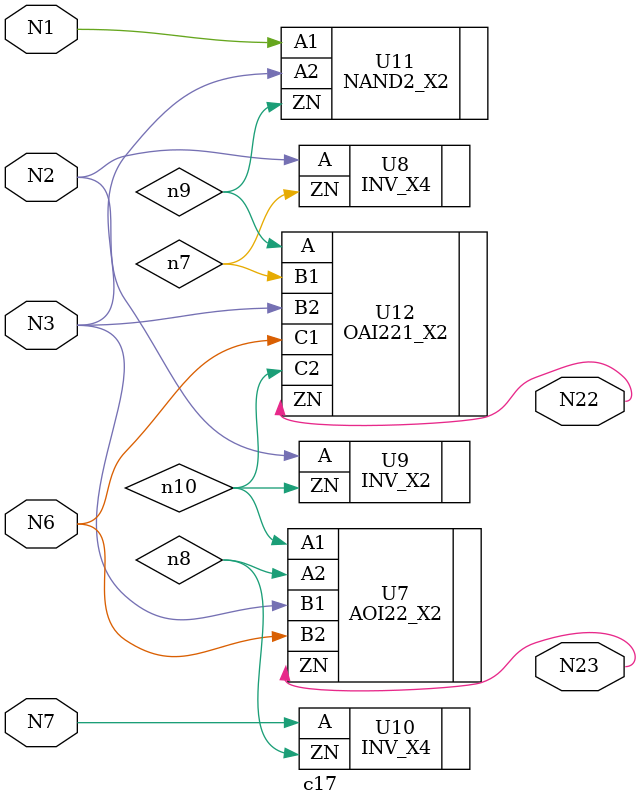
<source format=v>

module c17 ( N1, N2, N3, N6, N7, N22, N23 );
  input N1, N2, N3, N6, N7;
  output N22, N23;
  wire   n7, n8, n9, n10;

  AOI22_X2 U7 ( .A1(n10), .A2(n8), .B1(N3), .B2(N6), .ZN(N23) );
  INV_X4 U8 ( .A(N2), .ZN(n7) );
  INV_X2 U9 ( .A(N2), .ZN(n10) );
  INV_X4 U10 ( .A(N7), .ZN(n8) );
  NAND2_X2 U11 ( .A1(N1), .A2(N3), .ZN(n9) );
  OAI221_X2 U12 ( .B1(n7), .B2(N3), .C1(N6), .C2(n10), .A(n9), .ZN(N22) );
endmodule


</source>
